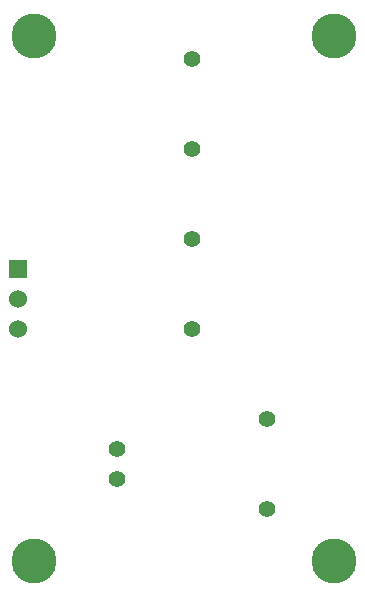
<source format=gbs>
G04 (created by PCBNEW (2013-jul-07)-stable) date Mon 21 Nov 2016 11:31:40 AM PST*
%MOIN*%
G04 Gerber Fmt 3.4, Leading zero omitted, Abs format*
%FSLAX34Y34*%
G01*
G70*
G90*
G04 APERTURE LIST*
%ADD10C,0.00590551*%
%ADD11C,0.055*%
%ADD12R,0.06X0.06*%
%ADD13C,0.06*%
%ADD14C,0.15*%
G04 APERTURE END LIST*
G54D10*
G54D11*
X36500Y-32000D03*
X36500Y-35000D03*
X36500Y-38000D03*
X36500Y-41000D03*
X39000Y-44000D03*
X39000Y-47000D03*
G54D12*
X30700Y-39000D03*
G54D13*
X30700Y-40000D03*
X30700Y-41000D03*
G54D11*
X34000Y-45000D03*
X34000Y-46000D03*
G54D14*
X31250Y-31250D03*
X41250Y-31250D03*
X41250Y-48750D03*
X31250Y-48750D03*
M02*

</source>
